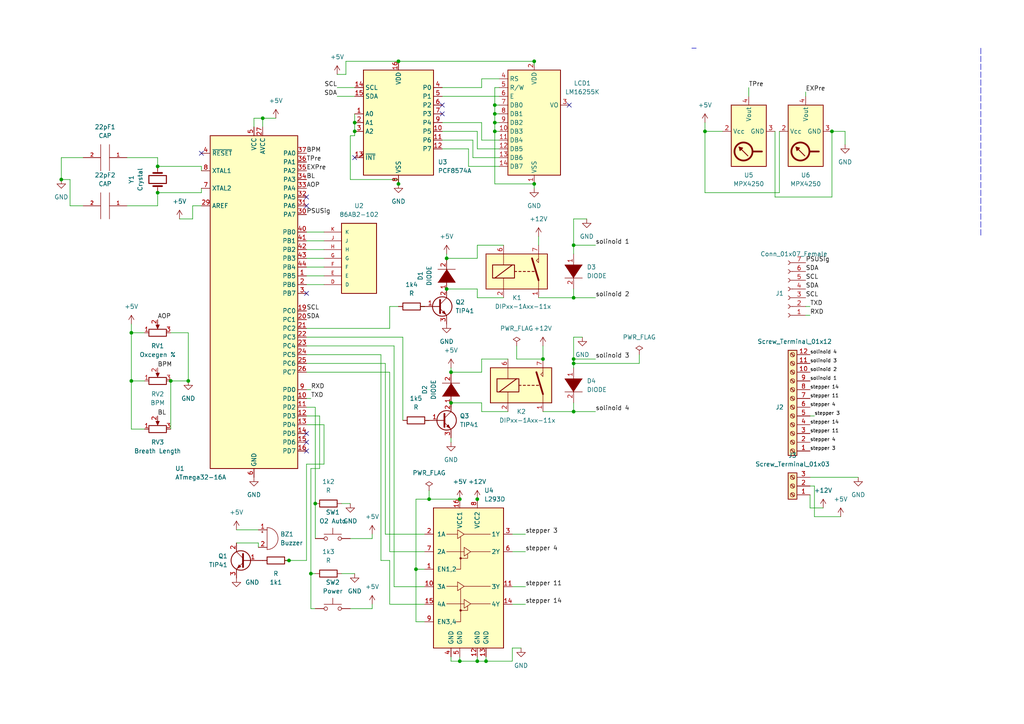
<source format=kicad_sch>
(kicad_sch (version 20211123) (generator eeschema)
  (paper "A4")
  (title_block (title "Smart Ventilator") (date "2022-06-04"))
  (lib_symbols
    (symbol "86AB2-102:86AB2-102" (pin_names (offset 1.016))
      (property "Reference" "U" (at -5.08 10.922 0))
      (property "Value" "86AB2-102" (at -5.08 -10.922 0))
      (symbol "86AB2-102_0_0"
        (pin bidirectional line (at -10.16 7.62 0) (length 5.08) (name "D") (number "D"))
        (pin bidirectional line (at -10.16 5.08 0) (length 5.08) (name "E") (number "E"))
        (pin bidirectional line (at -10.16 2.54 0) (length 5.08) (name "F") (number "F"))
        (pin bidirectional line (at -10.16 0 0) (length 5.08) (name "G") (number "G"))
        (pin bidirectional line (at -10.16 -2.54 0) (length 5.08) (name "H") (number "H"))
        (pin bidirectional line (at -10.16 -5.08 0) (length 5.08) (name "J") (number "J"))
        (pin bidirectional line (at -10.16 -7.62 0) (length 5.08) (name "K") (number "K"))
      )
    )
    (symbol "Connector:Conn_01x07_Female" (pin_names (offset 1.016) hide)
      (property "Reference" "J" (at 0 10.16 0))
      (property "Value" "Conn_01x07_Female" (at 0 -10.16 0))
      (symbol "Conn_01x07_Female_1_1"
        (pin passive line (at -5.08 7.62 0) (length 3.81) (name "Pin_1") (number "1"))
        (pin passive line (at -5.08 5.08 0) (length 3.81) (name "Pin_2") (number "2"))
        (pin passive line (at -5.08 2.54 0) (length 3.81) (name "Pin_3") (number "3"))
        (pin passive line (at -5.08 0 0) (length 3.81) (name "Pin_4") (number "4"))
        (pin passive line (at -5.08 -2.54 0) (length 3.81) (name "Pin_5") (number "5"))
        (pin passive line (at -5.08 -5.08 0) (length 3.81) (name "Pin_6") (number "6"))
        (pin passive line (at -5.08 -7.62 0) (length 3.81) (name "Pin_7") (number "7"))
      )
    )
    (symbol "Connector:Screw_Terminal_01x03" (pin_names (offset 1.016) hide)
      (property "Reference" "J" (at 0 5.08 0))
      (property "Value" "Screw_Terminal_01x03" (at 0 -5.08 0))
      (symbol "Screw_Terminal_01x03_1_1"
        (pin passive line (at -5.08 2.54 0) (length 3.81) (name "Pin_1") (number "1"))
        (pin passive line (at -5.08 0 0) (length 3.81) (name "Pin_2") (number "2"))
        (pin passive line (at -5.08 -2.54 0) (length 3.81) (name "Pin_3") (number "3"))
      )
    )
    (symbol "Connector:Screw_Terminal_01x12" (pin_names (offset 1.016) hide)
      (property "Reference" "J" (at 0 15.24 0))
      (property "Value" "Screw_Terminal_01x12" (at 0 -17.78 0))
      (symbol "Screw_Terminal_01x12_1_1"
        (pin passive line (at -5.08 12.7 0) (length 3.81) (name "Pin_1") (number "1"))
        (pin passive line (at -5.08 -10.16 0) (length 3.81) (name "Pin_10") (number "10"))
        (pin passive line (at -5.08 -12.7 0) (length 3.81) (name "Pin_11") (number "11"))
        (pin passive line (at -5.08 -15.24 0) (length 3.81) (name "Pin_12") (number "12"))
        (pin passive line (at -5.08 10.16 0) (length 3.81) (name "Pin_2") (number "2"))
        (pin passive line (at -5.08 7.62 0) (length 3.81) (name "Pin_3") (number "3"))
        (pin passive line (at -5.08 5.08 0) (length 3.81) (name "Pin_4") (number "4"))
        (pin passive line (at -5.08 2.54 0) (length 3.81) (name "Pin_5") (number "5"))
        (pin passive line (at -5.08 0 0) (length 3.81) (name "Pin_6") (number "6"))
        (pin passive line (at -5.08 -2.54 0) (length 3.81) (name "Pin_7") (number "7"))
        (pin passive line (at -5.08 -5.08 0) (length 3.81) (name "Pin_8") (number "8"))
        (pin passive line (at -5.08 -7.62 0) (length 3.81) (name "Pin_9") (number "9"))
      )
    )
    (symbol "Device:Buzzer" (pin_names (offset 0.0254) hide)
      (property "Reference" "BZ" (at 3.81 1.27 0))
      (property "Value" "Buzzer" (at 3.81 -1.27 0))
      (symbol "Buzzer_1_1"
        (pin passive line (at -2.54 2.54 0) (length 2.54) (name "-") (number "1"))
        (pin passive line (at -2.54 -2.54 0) (length 2.54) (name "+") (number "2"))
      )
    )
    (symbol "Device:Crystal" (pin_numbers hide) (pin_names (offset 1.016) hide)
      (property "Reference" "Y" (at 0 3.81 0))
      (property "Value" "Crystal" (at 0 -3.81 0))
      (symbol "Crystal_1_1"
        (pin passive line (at -3.81 0 0) (length 1.27) (name "1") (number "1"))
        (pin passive line (at 3.81 0 180) (length 1.27) (name "2") (number "2"))
      )
    )
    (symbol "Device:R" (pin_numbers hide) (pin_names (offset 0))
      (property "Reference" "R" (at 2.032 0 90))
      (property "Value" "R" (at 0 0 90))
      (symbol "R_1_1"
        (pin passive line (at 0 3.81 270) (length 1.27) (name "~") (number "1"))
        (pin passive line (at 0 -3.81 90) (length 1.27) (name "~") (number "2"))
      )
    )
    (symbol "Device:R_Potentiometer" (pin_names (offset 1.016) hide)
      (property "Reference" "RV" (at -4.445 0 90))
      (property "Value" "R_Potentiometer" (at -2.54 0 90))
      (symbol "R_Potentiometer_1_1"
        (pin passive line (at 0 3.81 270) (length 1.27) (name "1") (number "1"))
        (pin passive line (at 3.81 0 180) (length 1.27) (name "2") (number "2"))
        (pin passive line (at 0 -3.81 90) (length 1.27) (name "3") (number "3"))
      )
    )
    (symbol "Display_Character:LM16255K"
      (property "Reference" "U" (at -6.35 16.51 0))
      (property "Value" "LM16255K" (at 4.318 16.51 0))
      (symbol "LM16255K_1_1"
        (pin power_in line (at 0 -17.78 90) (length 2.54) (name "VSS") (number "1"))
        (pin bidirectional line (at -10.16 -2.54 0) (length 2.54) (name "DB3") (number "10"))
        (pin bidirectional line (at -10.16 -5.08 0) (length 2.54) (name "DB4") (number "11"))
        (pin bidirectional line (at -10.16 -7.62 0) (length 2.54) (name "DB5") (number "12"))
        (pin bidirectional line (at -10.16 -10.16 0) (length 2.54) (name "DB6") (number "13"))
        (pin bidirectional line (at -10.16 -12.7 0) (length 2.54) (name "DB7") (number "14"))
        (pin power_in line (at 0 17.78 270) (length 2.54) (name "VDD") (number "2"))
        (pin power_in line (at 10.16 5.08 180) (length 2.54) (name "VO") (number "3"))
        (pin input line (at -10.16 12.7 0) (length 2.54) (name "RS") (number "4"))
        (pin input line (at -10.16 10.16 0) (length 2.54) (name "R/W") (number "5"))
        (pin input line (at -10.16 7.62 0) (length 2.54) (name "E") (number "6"))
        (pin bidirectional line (at -10.16 5.08 0) (length 2.54) (name "DB0") (number "7"))
        (pin bidirectional line (at -10.16 2.54 0) (length 2.54) (name "DB1") (number "8"))
        (pin bidirectional line (at -10.16 0 0) (length 2.54) (name "DB2") (number "9"))
      )
    )
    (symbol "Driver_Motor:L293D" (pin_names (offset 1.016))
      (property "Reference" "U" (at -5.08 26.035 0))
      (property "Value" "L293D" (at -5.08 24.13 0))
      (symbol "L293D_1_1"
        (pin input line (at -12.7 5.08 0) (length 2.54) (name "EN1,2") (number "1"))
        (pin input line (at -12.7 0 0) (length 2.54) (name "3A") (number "10"))
        (pin output line (at 12.7 0 180) (length 2.54) (name "3Y") (number "11"))
        (pin power_in line (at 2.54 -20.32 90) (length 2.54) (name "GND") (number "12"))
        (pin power_in line (at 5.08 -20.32 90) (length 2.54) (name "GND") (number "13"))
        (pin output line (at 12.7 -5.08 180) (length 2.54) (name "4Y") (number "14"))
        (pin input line (at -12.7 -5.08 0) (length 2.54) (name "4A") (number "15"))
        (pin power_in line (at -2.54 25.4 270) (length 2.54) (name "VCC1") (number "16"))
        (pin input line (at -12.7 15.24 0) (length 2.54) (name "1A") (number "2"))
        (pin output line (at 12.7 15.24 180) (length 2.54) (name "1Y") (number "3"))
        (pin power_in line (at -5.08 -20.32 90) (length 2.54) (name "GND") (number "4"))
        (pin power_in line (at -2.54 -20.32 90) (length 2.54) (name "GND") (number "5"))
        (pin output line (at 12.7 10.16 180) (length 2.54) (name "2Y") (number "6"))
        (pin input line (at -12.7 10.16 0) (length 2.54) (name "2A") (number "7"))
        (pin power_in line (at 2.54 25.4 270) (length 2.54) (name "VCC2") (number "8"))
        (pin input line (at -12.7 -10.16 0) (length 2.54) (name "EN3,4") (number "9"))
      )
    )
    (symbol "Interface_Expansion:PCF8574A"
      (property "Reference" "U" (at -8.89 16.51 0))
      (property "Value" "PCF8574A" (at 2.54 16.51 0))
      (symbol "PCF8574A_1_1"
        (pin input line (at -12.7 2.54 0) (length 2.54) (name "A0") (number "1"))
        (pin bidirectional line (at 12.7 -2.54 180) (length 2.54) (name "P5") (number "10"))
        (pin bidirectional line (at 12.7 -5.08 180) (length 2.54) (name "P6") (number "11"))
        (pin bidirectional line (at 12.7 -7.62 180) (length 2.54) (name "P7") (number "12"))
        (pin open_collector output_low (at -12.7 -10.16 0) (length 2.54) (name "~{INT}") (number "13"))
        (pin input line (at -12.7 10.16 0) (length 2.54) (name "SCL") (number "14"))
        (pin bidirectional line (at -12.7 7.62 0) (length 2.54) (name "SDA") (number "15"))
        (pin power_in line (at 0 17.78 270) (length 2.54) (name "VDD") (number "16"))
        (pin input line (at -12.7 0 0) (length 2.54) (name "A1") (number "2"))
        (pin input line (at -12.7 -2.54 0) (length 2.54) (name "A2") (number "3"))
        (pin bidirectional line (at 12.7 10.16 180) (length 2.54) (name "P0") (number "4"))
        (pin bidirectional line (at 12.7 7.62 180) (length 2.54) (name "P1") (number "5"))
        (pin bidirectional line (at 12.7 5.08 180) (length 2.54) (name "P2") (number "6"))
        (pin bidirectional line (at 12.7 2.54 180) (length 2.54) (name "P3") (number "7"))
        (pin power_in line (at 0 -17.78 90) (length 2.54) (name "VSS") (number "8"))
        (pin bidirectional line (at 12.7 0 180) (length 2.54) (name "P4") (number "9"))
      )
    )
    (symbol "MCU_Microchip_ATmega:ATmega32-16A"
      (property "Reference" "U" (at -12.7 49.53 0))
      (property "Value" "ATmega32-16A" (at 2.54 -49.53 0))
      (symbol "ATmega32-16A_1_1"
        (pin bidirectional line (at 15.24 7.62 180) (length 2.54) (name "PB5") (number "1"))
        (pin bidirectional line (at 15.24 -27.94 180) (length 2.54) (name "PD1") (number "10"))
        (pin bidirectional line (at 15.24 -30.48 180) (length 2.54) (name "PD2") (number "11"))
        (pin bidirectional line (at 15.24 -33.02 180) (length 2.54) (name "PD3") (number "12"))
        (pin bidirectional line (at 15.24 -35.56 180) (length 2.54) (name "PD4") (number "13"))
        (pin bidirectional line (at 15.24 -38.1 180) (length 2.54) (name "PD5") (number "14"))
        (pin bidirectional line (at 15.24 -40.64 180) (length 2.54) (name "PD6") (number "15"))
        (pin bidirectional line (at 15.24 -43.18 180) (length 2.54) (name "PD7") (number "16"))
        (pin passive line (at 0 50.8 270) (length 2.54) hide (name "VCC") (number "17"))
        (pin passive line (at 0 -50.8 90) (length 2.54) hide (name "GND") (number "18"))
        (pin bidirectional line (at 15.24 -2.54 180) (length 2.54) (name "PC0") (number "19"))
        (pin bidirectional line (at 15.24 5.08 180) (length 2.54) (name "PB6") (number "2"))
        (pin bidirectional line (at 15.24 -5.08 180) (length 2.54) (name "PC1") (number "20"))
        (pin bidirectional line (at 15.24 -7.62 180) (length 2.54) (name "PC2") (number "21"))
        (pin bidirectional line (at 15.24 -10.16 180) (length 2.54) (name "PC3") (number "22"))
        (pin bidirectional line (at 15.24 -12.7 180) (length 2.54) (name "PC4") (number "23"))
        (pin bidirectional line (at 15.24 -15.24 180) (length 2.54) (name "PC5") (number "24"))
        (pin bidirectional line (at 15.24 -17.78 180) (length 2.54) (name "PC6") (number "25"))
        (pin bidirectional line (at 15.24 -20.32 180) (length 2.54) (name "PC7") (number "26"))
        (pin power_in line (at 2.54 50.8 270) (length 2.54) (name "AVCC") (number "27"))
        (pin passive line (at 0 -50.8 90) (length 2.54) hide (name "GND") (number "28"))
        (pin passive line (at -15.24 27.94 0) (length 2.54) (name "AREF") (number "29"))
        (pin bidirectional line (at 15.24 2.54 180) (length 2.54) (name "PB7") (number "3"))
        (pin bidirectional line (at 15.24 25.4 180) (length 2.54) (name "PA7") (number "30"))
        (pin bidirectional line (at 15.24 27.94 180) (length 2.54) (name "PA6") (number "31"))
        (pin bidirectional line (at 15.24 30.48 180) (length 2.54) (name "PA5") (number "32"))
        (pin bidirectional line (at 15.24 33.02 180) (length 2.54) (name "PA4") (number "33"))
        (pin bidirectional line (at 15.24 35.56 180) (length 2.54) (name "PA3") (number "34"))
        (pin bidirectional line (at 15.24 38.1 180) (length 2.54) (name "PA2") (number "35"))
        (pin bidirectional line (at 15.24 40.64 180) (length 2.54) (name "PA1") (number "36"))
        (pin bidirectional line (at 15.24 43.18 180) (length 2.54) (name "PA0") (number "37"))
        (pin passive line (at 0 50.8 270) (length 2.54) hide (name "VCC") (number "38"))
        (pin passive line (at 0 -50.8 90) (length 2.54) hide (name "GND") (number "39"))
        (pin input line (at -15.24 43.18 0) (length 2.54) (name "~{RESET}") (number "4"))
        (pin bidirectional line (at 15.24 20.32 180) (length 2.54) (name "PB0") (number "40"))
        (pin bidirectional line (at 15.24 17.78 180) (length 2.54) (name "PB1") (number "41"))
        (pin bidirectional line (at 15.24 15.24 180) (length 2.54) (name "PB2") (number "42"))
        (pin bidirectional line (at 15.24 12.7 180) (length 2.54) (name "PB3") (number "43"))
        (pin bidirectional line (at 15.24 10.16 180) (length 2.54) (name "PB4") (number "44"))
        (pin power_in line (at 0 50.8 270) (length 2.54) (name "VCC") (number "5"))
        (pin power_in line (at 0 -50.8 90) (length 2.54) (name "GND") (number "6"))
        (pin output line (at -15.24 33.02 0) (length 2.54) (name "XTAL2") (number "7"))
        (pin input line (at -15.24 38.1 0) (length 2.54) (name "XTAL1") (number "8"))
        (pin bidirectional line (at 15.24 -25.4 180) (length 2.54) (name "PD0") (number "9"))
      )
    )
    (symbol "Relay:DIPxx-1Axx-11x"
      (property "Reference" "K" (at 8.89 3.81 0))
      (property "Value" "DIPxx-1Axx-11x" (at 8.89 1.27 0))
      (symbol "DIPxx-1Axx-11x_1_1"
        (pin passive line (at 5.08 -7.62 90) (length 2.54) (name "~") (number "1"))
        (pin passive line (at 5.08 -7.62 90) (length 2.54) hide (name "~") (number "14"))
        (pin passive line (at -5.08 -7.62 90) (length 2.54) (name "~") (number "2"))
        (pin passive line (at -5.08 7.62 270) (length 2.54) (name "~") (number "6"))
        (pin passive line (at 5.08 7.62 270) (length 2.54) (name "~") (number "7"))
        (pin passive line (at 5.08 7.62 270) (length 2.54) hide (name "~") (number "8"))
      )
    )
    (symbol "Sensor_Pressure:MPXAZ6115A"
      (property "Reference" "U" (at -10.16 6.35 0))
      (property "Value" "MPXAZ6115A" (at 1.27 6.35 0))
      (symbol "MPXAZ6115A_1_1"
        (pin no_connect line (at 5.08 -5.08 90) (length 2.54) hide (name "NC") (number "1"))
        (pin power_in line (at 0 7.62 270) (length 2.54) (name "Vcc") (number "2"))
        (pin power_in line (at 0 -7.62 90) (length 2.54) (name "GND") (number "3"))
        (pin output line (at 10.16 0 180) (length 2.54) (name "Vout") (number "4"))
        (pin no_connect line (at -7.62 -5.08 90) (length 2.54) hide (name "NC") (number "5"))
        (pin no_connect line (at -5.08 -5.08 90) (length 2.54) hide (name "NC") (number "6"))
        (pin no_connect line (at -2.54 -5.08 90) (length 2.54) hide (name "NC") (number "7"))
        (pin no_connect line (at 2.54 -5.08 90) (length 2.54) hide (name "NC") (number "8"))
      )
    )
    (symbol "Switch:SW_Push" (pin_numbers hide) (pin_names (offset 1.016) hide)
      (property "Reference" "SW" (at 1.27 2.54 0))
      (property "Value" "SW_Push" (at 0 -1.524 0))
      (symbol "SW_Push_0_1"
        (pin passive line (at -5.08 0 0) (length 2.54) (name "1") (number "1"))
        (pin passive line (at 5.08 0 180) (length 2.54) (name "2") (number "2"))
      )
    )
    (symbol "Transistor_BJT:TIP41" (pin_names (offset 0) hide)
      (property "Reference" "Q" (at 6.35 1.905 0))
      (property "Value" "TIP41" (at 6.35 0 0))
      (symbol "TIP41_1_1"
        (pin input line (at -5.08 0 0) (length 5.715) (name "B") (number "1"))
        (pin passive line (at 2.54 5.08 270) (length 2.54) (name "C") (number "2"))
        (pin passive line (at 2.54 -5.08 90) (length 2.54) (name "E") (number "3"))
      )
    )
    (symbol "power:+12V" (power) (pin_names (offset 0))
      (property "Value" "+12V" (at 0 3.556 0))
      (symbol "+12V_1_1"
        (pin power_in line (at 0 0 90) (length 0) hide (name "+12V") (number "1"))
      )
    )
    (symbol "power:+5V" (power) (pin_names (offset 0))
      (property "Value" "+5V" (at 0 3.556 0))
      (symbol "+5V_1_1"
        (pin power_in line (at 0 0 90) (length 0) hide (name "+5V") (number "1"))
      )
    )
    (symbol "power:GND" (power) (pin_names (offset 0))
      (property "Value" "GND" (at 0 -3.81 0))
      (symbol "GND_1_1"
        (pin power_in line (at 0 0 270) (length 0) hide (name "GND") (number "1"))
      )
    )
    (symbol "power:PWR_FLAG" (power) (pin_numbers hide) (pin_names (offset 0) hide)
      (property "Value" "PWR_FLAG" (at 0 3.81 0))
      (symbol "PWR_FLAG_0_0"
        (pin power_out line (at 0 0 90) (length 0) (name "pwr") (number "1"))
      )
    )
    (symbol "pspice:CAP" (pin_names (offset 0.254))
      (property "Reference" "C" (at 2.54 3.81 90))
      (property "Value" "CAP" (at 2.54 -3.81 90))
      (symbol "CAP_1_1"
        (pin passive line (at 0 6.35 270) (length 5.08) (name "~") (number "1"))
        (pin passive line (at 0 -6.35 90) (length 5.08) (name "~") (number "2"))
      )
    )
    (symbol "pspice:DIODE" (pin_names (offset 1.016) hide)
      (property "Reference" "D" (at 0 3.81 0))
      (property "Value" "DIODE" (at 0 -4.445 0))
      (symbol "DIODE_1_1"
        (pin input line (at -5.08 0 0) (length 3.81) (name "K") (number "1"))
        (pin input line (at 5.08 0 180) (length 3.81) (name "A") (number "2"))
      )
    )
  )
  (junction (at 166.37 119.38))
  (junction (at 45.72 55.88))
  (junction (at 54.61 110.49))
  (junction (at 49.53 110.49))
  (junction (at 90.17 166.37))
  (junction (at 166.37 86.36))
  (junction (at 130.81 116.84))
  (junction (at 45.72 48.26))
  (junction (at 17.78 52.07))
  (junction (at 143.51 33.02))
  (junction (at 120.65 165.1))
  (junction (at 138.43 191.77))
  (junction (at 76.2 34.29))
  (junction (at 143.51 38.1))
  (junction (at 241.3 38.1))
  (junction (at 83.82 162.56))
  (junction (at 129.54 74.93))
  (junction (at 154.94 17.78))
  (junction (at 133.35 144.78))
  (junction (at 115.57 17.78))
  (junction (at 38.1 96.52))
  (junction (at 91.44 146.05))
  (junction (at 102.87 38.1))
  (junction (at 166.37 71.12))
  (junction (at 143.51 30.48))
  (junction (at 157.48 104.14))
  (junction (at 115.57 53.34))
  (junction (at 166.37 104.14))
  (junction (at 140.97 191.77))
  (junction (at 154.94 53.34))
  (junction (at 138.43 144.78))
  (junction (at 124.46 144.78))
  (junction (at 204.47 38.1))
  (junction (at 143.51 35.56))
  (junction (at 129.54 83.82))
  (junction (at 133.35 191.77))
  (junction (at 130.81 107.95))
  (junction (at 166.37 105.41))
  (junction (at 102.87 35.56))
  (junction (at 38.1 110.49))
  (no_connect (at 88.9 57.15))
  (no_connect (at 102.87 45.72))
  (no_connect (at 58.42 44.45))
  (no_connect (at 88.9 85.09))
  (no_connect (at 88.9 59.69))
  (no_connect (at 88.9 125.73))
  (no_connect (at 88.9 130.81))
  (no_connect (at 88.9 128.27))
  (no_connect (at 165.1 30.48))
  (no_connect (at 128.27 30.48))
  (no_connect (at 128.27 33.02))
  (wire (pts (xy 111.76 105.41) (xy 111.76 154.94)))
  (wire (pts (xy 91.44 118.11) (xy 91.44 146.05)))
  (wire (pts (xy 138.43 43.18) (xy 144.78 43.18)))
  (wire (pts (xy 138.43 74.93) (xy 138.43 71.12)))
  (wire (pts (xy 224.79 57.15) (xy 241.3 57.15)))
  (wire (pts (xy 172.72 104.14) (xy 166.37 104.14)))
  (wire (pts (xy 130.81 191.77) (xy 133.35 191.77)))
  (wire (pts (xy 90.17 166.37) (xy 90.17 176.53)))
  (wire (pts (xy 88.9 123.19) (xy 93.98 123.19)))
  (wire (pts (xy 101.6 39.37) (xy 101.6 52.07)))
  (wire (pts (xy 139.7 40.64) (xy 144.78 40.64)))
  (wire (pts (xy 58.42 48.26) (xy 58.42 49.53)))
  (wire (pts (xy 139.7 35.56) (xy 139.7 40.64)))
  (wire (pts (xy 139.7 107.95) (xy 139.7 104.14)))
  (wire (pts (xy 143.51 38.1) (xy 144.78 38.1)))
  (wire (pts (xy 55.88 63.5) (xy 55.88 59.69)))
  (wire (pts (xy 149.86 104.14) (xy 157.48 104.14)))
  (wire (pts (xy 73.66 34.29) (xy 76.2 34.29)))
  (wire (pts (xy 97.79 27.94) (xy 102.87 27.94)))
  (wire (pts (xy 130.81 106.68) (xy 130.81 107.95)))
  (wire (pts (xy 88.9 115.57) (xy 90.17 115.57)))
  (wire (pts (xy 36.83 59.69) (xy 45.72 59.69)))
  (wire (pts (xy 124.46 142.24) (xy 124.46 144.78)))
  (wire (pts (xy 234.95 143.51) (xy 234.95 147.32)))
  (wire (pts (xy 74.93 157.48) (xy 74.93 158.75)))
  (wire (pts (xy 123.19 165.1) (xy 120.65 165.1)))
  (wire (pts (xy 133.35 191.77) (xy 138.43 191.77)))
  (wire (pts (xy 88.9 100.33) (xy 114.3 100.33)))
  (wire (pts (xy 102.87 39.37) (xy 101.6 39.37)))
  (wire (pts (xy 88.9 74.93) (xy 93.98 74.93)))
  (wire (pts (xy 55.88 63.5) (xy 52.07 63.5)))
  (wire (pts (xy 157.48 119.38) (xy 166.37 119.38)))
  (wire (pts (xy 102.87 38.1) (xy 102.87 39.37)))
  (wire (pts (xy 88.9 95.25) (xy 113.03 95.25)))
  (wire (pts (xy 107.95 156.21) (xy 107.95 154.94)))
  (wire (pts (xy 166.37 73.66) (xy 166.37 71.12)))
  (wire (pts (xy 148.59 191.77) (xy 148.59 187.96)))
  (wire (pts (xy 97.79 21.59) (xy 100.33 21.59)))
  (wire (pts (xy 138.43 191.77) (xy 140.97 191.77)))
  (wire (pts (xy 17.78 52.07) (xy 17.78 45.72)))
  (wire (pts (xy 123.19 88.9) (xy 121.92 88.9)))
  (wire (pts (xy 90.17 176.53) (xy 91.44 176.53)))
  (wire (pts (xy 115.57 17.78) (xy 154.94 17.78)))
  (wire (pts (xy 130.81 118.11) (xy 130.81 116.84)))
  (wire (pts (xy 101.6 52.07) (xy 115.57 52.07)))
  (wire (pts (xy 138.43 83.82) (xy 129.54 83.82)))
  (wire (pts (xy 128.27 35.56) (xy 139.7 35.56)))
  (wire (pts (xy 113.03 107.95) (xy 113.03 160.02)))
  (wire (pts (xy 24.13 59.69) (xy 20.32 59.69)))
  (wire (pts (xy 234.95 88.9) (xy 233.68 88.9)))
  (wire (pts (xy 172.72 119.38) (xy 166.37 119.38)))
  (wire (pts (xy 45.72 55.88) (xy 58.42 55.88)))
  (wire (pts (xy 68.58 153.67) (xy 74.93 153.67)))
  (wire (pts (xy 143.51 33.02) (xy 143.51 35.56)))
  (wire (pts (xy 73.66 36.83) (xy 73.66 34.29)))
  (wire (pts (xy 143.51 35.56) (xy 144.78 35.56)))
  (wire (pts (xy 128.27 43.18) (xy 135.89 43.18)))
  (wire (pts (xy 140.97 190.5) (xy 140.97 191.77)))
  (wire (pts (xy 110.49 102.87) (xy 110.49 162.56)))
  (wire (pts (xy 138.43 71.12) (xy 146.05 71.12)))
  (wire (pts (xy 107.95 176.53) (xy 107.95 175.26)))
  (wire (pts (xy 236.22 140.97) (xy 234.95 140.97)))
  (wire (pts (xy 110.49 162.56) (xy 113.03 162.56)))
  (wire (pts (xy 138.43 38.1) (xy 138.43 43.18)))
  (wire (pts (xy 128.27 40.64) (xy 137.16 40.64)))
  (wire (pts (xy 166.37 86.36) (xy 166.37 83.82)))
  (wire (pts (xy 97.79 25.4) (xy 102.87 25.4)))
  (wire (pts (xy 101.6 146.05) (xy 99.06 146.05)))
  (wire (pts (xy 88.9 134.62) (xy 88.9 162.56)))
  (wire (pts (xy 130.81 107.95) (xy 139.7 107.95)))
  (wire (pts (xy 101.6 176.53) (xy 107.95 176.53)))
  (wire (pts (xy 138.43 146.05) (xy 138.43 144.78)))
  (wire (pts (xy 140.97 191.77) (xy 148.59 191.77)))
  (wire (pts (xy 45.72 48.26) (xy 58.42 48.26)))
  (wire (pts (xy 82.55 162.56) (xy 83.82 162.56)))
  (wire (pts (xy 130.81 128.27) (xy 130.81 127)))
  (wire (pts (xy 166.37 63.5) (xy 170.18 63.5)))
  (wire (pts (xy 133.35 190.5) (xy 133.35 191.77)))
  (wire (pts (xy 166.37 119.38) (xy 166.37 116.84)))
  (wire (pts (xy 49.53 96.52) (xy 54.61 96.52)))
  (wire (pts (xy 49.53 110.49) (xy 54.61 110.49)))
  (wire (pts (xy 54.61 96.52) (xy 54.61 110.49)))
  (wire (pts (xy 226.06 55.88) (xy 204.47 55.88)))
  (wire (pts (xy 88.9 105.41) (xy 111.76 105.41)))
  (wire (pts (xy 139.7 22.86) (xy 144.78 22.86)))
  (wire (pts (xy 68.58 157.48) (xy 74.93 157.48)))
  (wire (pts (xy 113.03 162.56) (xy 113.03 175.26)))
  (wire (pts (xy 234.95 91.44) (xy 233.68 91.44)))
  (wire (pts (xy 148.59 154.94) (xy 152.4 154.94)))
  (wire (pts (xy 166.37 97.79) (xy 166.37 104.14)))
  (wire (pts (xy 156.21 86.36) (xy 166.37 86.36)))
  (wire (pts (xy 93.98 134.62) (xy 88.9 134.62)))
  (wire (pts (xy 113.03 175.26) (xy 123.19 175.26)))
  (wire (pts (xy 143.51 38.1) (xy 143.51 53.34)))
  (wire (pts (xy 129.54 85.09) (xy 129.54 83.82)))
  (wire (pts (xy 91.44 146.05) (xy 91.44 156.21)))
  (wire (pts (xy 88.9 77.47) (xy 93.98 77.47)))
  (wire (pts (xy 148.59 175.26) (xy 152.4 175.26)))
  (wire (pts (xy 130.81 190.5) (xy 130.81 191.77)))
  (wire (pts (xy 154.94 54.61) (xy 154.94 53.34)))
  (wire (pts (xy 114.3 100.33) (xy 114.3 170.18)))
  (wire (pts (xy 156.21 68.58) (xy 156.21 71.12)))
  (wire (pts (xy 88.9 80.01) (xy 93.98 80.01)))
  (wire (pts (xy 90.17 135.89) (xy 90.17 166.37)))
  (wire (pts (xy 204.47 55.88) (xy 204.47 38.1)))
  (wire (pts (xy 36.83 45.72) (xy 45.72 45.72)))
  (wire (pts (xy 102.87 33.02) (xy 102.87 35.56)))
  (wire (pts (xy 88.9 69.85) (xy 93.98 69.85)))
  (wire (pts (xy 114.3 170.18) (xy 123.19 170.18)))
  (wire (pts (xy 138.43 190.5) (xy 138.43 191.77)))
  (wire (pts (xy 38.1 93.98) (xy 38.1 96.52)))
  (wire (pts (xy 41.91 124.46) (xy 38.1 124.46)))
  (wire (pts (xy 139.7 119.38) (xy 139.7 116.84)))
  (wire (pts (xy 245.11 38.1) (xy 245.11 41.91)))
  (wire (pts (xy 166.37 71.12) (xy 172.72 71.12)))
  (wire (pts (xy 55.88 59.69) (xy 58.42 59.69)))
  (wire (pts (xy 135.89 43.18) (xy 135.89 48.26)))
  (wire (pts (xy 115.57 52.07) (xy 115.57 53.34)))
  (wire (pts (xy 128.27 25.4) (xy 139.7 25.4)))
  (wire (pts (xy 166.37 86.36) (xy 172.72 86.36)))
  (wire (pts (xy 138.43 86.36) (xy 138.43 83.82)))
  (wire (pts (xy 129.54 73.66) (xy 129.54 74.93)))
  (wire (pts (xy 185.42 105.41) (xy 166.37 105.41)))
  (wire (pts (xy 92.71 120.65) (xy 92.71 135.89)))
  (wire (pts (xy 147.32 119.38) (xy 139.7 119.38)))
  (wire (pts (xy 90.17 166.37) (xy 91.44 166.37)))
  (wire (pts (xy 92.71 135.89) (xy 90.17 135.89)))
  (wire (pts (xy 113.03 95.25) (xy 113.03 88.9)))
  (wire (pts (xy 128.27 38.1) (xy 138.43 38.1)))
  (wire (pts (xy 137.16 40.64) (xy 137.16 45.72)))
  (wire (pts (xy 204.47 38.1) (xy 209.55 38.1)))
  (wire (pts (xy 148.59 187.96) (xy 151.13 187.96)))
  (wire (pts (xy 20.32 59.69) (xy 20.32 52.07)))
  (wire (pts (xy 38.1 110.49) (xy 38.1 96.52)))
  (wire (pts (xy 120.65 165.1) (xy 120.65 144.78)))
  (wire (pts (xy 139.7 104.14) (xy 147.32 104.14)))
  (wire (pts (xy 93.98 123.19) (xy 93.98 134.62)))
  (wire (pts (xy 241.3 57.15) (xy 241.3 38.1)))
  (wire (pts (xy 234.95 147.32) (xy 238.76 147.32)))
  (wire (pts (xy 135.89 48.26) (xy 144.78 48.26)))
  (wire (pts (xy 88.9 113.03) (xy 90.17 113.03)))
  (wire (pts (xy 83.82 162.56) (xy 88.9 162.56)))
  (wire (pts (xy 128.27 27.94) (xy 144.78 27.94)))
  (wire (pts (xy 144.78 25.4) (xy 143.51 25.4)))
  (wire (pts (xy 144.78 30.48) (xy 143.51 30.48)))
  (wire (pts (xy 49.53 110.49) (xy 49.53 124.46)))
  (wire (pts (xy 226.06 38.1) (xy 226.06 55.88)))
  (wire (pts (xy 102.87 35.56) (xy 102.87 38.1)))
  (wire (pts (xy 76.2 36.83) (xy 76.2 34.29)))
  (wire (pts (xy 143.51 25.4) (xy 143.51 30.48)))
  (wire (pts (xy 166.37 63.5) (xy 166.37 71.12)))
  (wire (pts (xy 116.84 97.79) (xy 116.84 121.92)))
  (wire (pts (xy 143.51 30.48) (xy 143.51 33.02)))
  (wire (pts (xy 88.9 118.11) (xy 91.44 118.11)))
  (wire (pts (xy 154.94 17.78) (xy 154.94 19.05)))
  (wire (pts (xy 139.7 116.84) (xy 130.81 116.84)))
  (wire (pts (xy 124.46 121.92) (xy 123.19 121.92)))
  (wire (pts (xy 166.37 106.68) (xy 166.37 105.41)))
  (wire (pts (xy 58.42 55.88) (xy 58.42 54.61)))
  (wire (pts (xy 45.72 45.72) (xy 45.72 48.26)))
  (wire (pts (xy 139.7 25.4) (xy 139.7 22.86)))
  (wire (pts (xy 101.6 156.21) (xy 107.95 156.21)))
  (wire (pts (xy 243.84 149.86) (xy 236.22 149.86)))
  (wire (pts (xy 124.46 144.78) (xy 133.35 144.78)))
  (wire (pts (xy 120.65 144.78) (xy 124.46 144.78)))
  (polyline (pts (xy 284.48 13.97) (xy 284.48 68.58)))
  (wire (pts (xy 76.2 34.29) (xy 80.01 34.29)))
  (wire (pts (xy 241.3 38.1) (xy 245.11 38.1)))
  (wire (pts (xy 88.9 102.87) (xy 110.49 102.87)))
  (wire (pts (xy 88.9 82.55) (xy 93.98 82.55)))
  (wire (pts (xy 88.9 67.31) (xy 93.98 67.31)))
  (wire (pts (xy 234.95 138.43) (xy 248.92 138.43)))
  (wire (pts (xy 115.57 17.78) (xy 100.33 17.78)))
  (wire (pts (xy 146.05 86.36) (xy 138.43 86.36)))
  (wire (pts (xy 45.72 59.69) (xy 45.72 55.88)))
  (wire (pts (xy 233.68 26.67) (xy 233.68 27.94)))
  (wire (pts (xy 236.22 120.65) (xy 234.95 120.65)))
  (wire (pts (xy 38.1 124.46) (xy 38.1 110.49)))
  (wire (pts (xy 120.65 180.34) (xy 120.65 165.1)))
  (wire (pts (xy 38.1 96.52) (xy 41.91 96.52)))
  (wire (pts (xy 224.79 38.1) (xy 224.79 57.15)))
  (wire (pts (xy 88.9 120.65) (xy 92.71 120.65)))
  (wire (pts (xy 41.91 110.49) (xy 38.1 110.49)))
  (wire (pts (xy 88.9 97.79) (xy 116.84 97.79)))
  (polyline (pts (xy 200.66 13.97) (xy 201.93 13.97)))
  (wire (pts (xy 88.9 72.39) (xy 93.98 72.39)))
  (wire (pts (xy 148.59 160.02) (xy 152.4 160.02)))
  (wire (pts (xy 217.17 25.4) (xy 217.17 27.94)))
  (wire (pts (xy 100.33 17.78) (xy 100.33 21.59)))
  (wire (pts (xy 204.47 35.56) (xy 204.47 38.1)))
  (wire (pts (xy 185.42 102.87) (xy 185.42 105.41)))
  (wire (pts (xy 143.51 35.56) (xy 143.51 38.1)))
  (wire (pts (xy 143.51 33.02) (xy 144.78 33.02)))
  (wire (pts (xy 148.59 170.18) (xy 152.4 170.18)))
  (wire (pts (xy 157.48 100.33) (xy 157.48 104.14)))
  (wire (pts (xy 129.54 74.93) (xy 138.43 74.93)))
  (wire (pts (xy 123.19 180.34) (xy 120.65 180.34)))
  (wire (pts (xy 113.03 88.9) (xy 115.57 88.9)))
  (wire (pts (xy 20.32 52.07) (xy 17.78 52.07)))
  (wire (pts (xy 166.37 105.41) (xy 166.37 104.14)))
  (wire (pts (xy 137.16 45.72) (xy 144.78 45.72)))
  (wire (pts (xy 113.03 160.02) (xy 123.19 160.02)))
  (wire (pts (xy 88.9 107.95) (xy 113.03 107.95)))
  (wire (pts (xy 236.22 149.86) (xy 236.22 140.97)))
  (wire (pts (xy 17.78 45.72) (xy 24.13 45.72)))
  (wire (pts (xy 149.86 100.33) (xy 149.86 104.14)))
  (wire (pts (xy 143.51 53.34) (xy 154.94 53.34)))
  (wire (pts (xy 111.76 154.94) (xy 123.19 154.94)))
  (wire (pts (xy 102.87 166.37) (xy 99.06 166.37)))
  (wire (pts (xy 168.91 97.79) (xy 166.37 97.79)))
  (text "Body Temperature" (at 467.36 104.14 0) (effects (font (size 1.27 1.27)) (justify left bottom)))
  (text "Heart Rate & Spo2 " (at 461.01 207.01 0) (effects (font (size 1.27 1.27)) (justify left bottom)))
  (label "EXPre" (at 233.68 26.67 0))
  (label "stepper 11" (at 234.95 115.57 0) (effects (font (size 1 1))))
  (label "stepper 3" (at 234.95 130.81 0) (effects (font (size 1 1))))
  (label "solinoid 4" (at 172.72 119.38 0))
  (label "SCL" (at 233.68 86.36 0))
  (label "stepper 3" (at 236.22 120.65 0) (effects (font (size 1 1))))
  (label "stepper 3" (at 152.4 154.94 0))
  (label "stepper 14" (at 234.95 113.03 0) (effects (font (size 1 1))))
  (label "TXD" (at 234.95 88.9 0))
  (label "AOP" (at 88.9 54.61 0))
  (label "TPre" (at 88.9 46.99 0))
  (label "stepper 4" (at 152.4 160.02 0))
  (label "solinoid 1" (at 172.72 71.12 0))
  (label "SDA" (at 233.68 83.82 0))
  (label "BL" (at 45.72 120.65 0))
  (label "solinoid 4" (at 234.95 102.87 0) (effects (font (size 1 1))))
  (label "TPre" (at 217.17 25.4 0))
  (label "solinoid 3" (at 172.72 104.14 0))
  (label "PSUSig" (at 233.68 76.2 0))
  (label "AOP" (at 45.72 92.71 0))
  (label "BPM" (at 45.72 106.68 0))
  (label "SDA" (at 88.9 92.71 0))
  (label "stepper 14" (at 152.4 175.26 0))
  (label "SCL" (at 97.79 25.4 180))
  (label "TXD" (at 90.17 115.57 0))
  (label "solinoid 2" (at 172.72 86.36 0))
  (label "stepper 11" (at 152.4 170.18 0))
  (label "SDA" (at 233.68 78.74 0))
  (label "SCL" (at 233.68 81.28 0))
  (label "RXD" (at 234.95 91.44 0))
  (label "stepper 4" (at 234.95 128.27 0) (effects (font (size 1 1))))
  (label "solinoid 3" (at 234.95 105.41 0) (effects (font (size 1 1))))
  (label "stepper 14" (at 234.95 123.19 0) (effects (font (size 1 1))))
  (label "SDA" (at 97.79 27.94 180))
  (label "SCL" (at 88.9 90.17 0))
  (label "solinoid 1" (at 234.95 110.49 0) (effects (font (size 1 1))))
  (label "BPM" (at 88.9 44.45 0))
  (label "PSUSig" (at 88.9 62.23 0))
  (label "EXPre" (at 88.9 49.53 0))
  (label "solinoid 2" (at 234.95 107.95 0) (effects (font (size 1 1))))
  (label "stepper 11" (at 234.95 125.73 0) (effects (font (size 1 1))))
  (label "stepper 4" (at 234.95 118.11 0) (effects (font (size 1 1))))
  (label "RXD" (at 90.17 113.03 0))
  (label "BL" (at 88.9 52.07 0))
  (symbol (lib_id "power:GND") (at 129.54 93.98 0) (unit 1)
    (property "Reference" "#PWR016" (effects hide))
    (property "Value" "GND" (at 129.54 99.06 0))
  )
  (symbol (lib_id "Device:R") (at 80.01 162.56 270) (unit 1)
    (property "Reference" "1k1" (at 80.01 168.91 90))
    (property "Value" "R" (at 80.01 166.37 90))
    (property "Footprint" "Resistor_SMD:R_0201_0603Metric" (effects hide))
  )
  (symbol (lib_id "power:GND") (at 130.81 128.27 0) (unit 1)
    (property "Reference" "#PWR018" (effects hide))
    (property "Value" "GND" (at 130.81 133.35 0))
  )
  (symbol (lib_id "power:GND") (at 68.58 167.64 0) (unit 1)
    (property "Reference" "#PWR06" (effects hide))
    (property "Value" "GND" (at 71.12 168.9099 0) (effects (justify left)))
  )
  (symbol (lib_id "pspice:DIODE") (at 129.54 80.01 90) (unit 1)
    (property "Reference" "D1" (at 121.92 80.01 0))
    (property "Value" "DIODE" (at 124.46 80.01 0))
    (property "Footprint" "Diode_SMD:D_0201_0603Metric" (effects hide))
  )
  (symbol (lib_id "86AB2-102:86AB2-102") (at 104.14 74.93 0) (mirror x) (unit 1)
    (property "Reference" "U2" (at 104.14 59.69 0))
    (property "Value" "86AB2-102" (at 104.14 62.23 0))
    (property "Footprint" "footprint:KEYPAD_86AB2-102" (effects hide))
    (property "MANUFACTURER" "Grayhill" (effects hide))
    (property "MAXIMUM_PACKAGE_HEIGHT" "9.39 mm" (effects hide))
    (property "STANDARD" "IPC7351B" (effects hide))
  )
  (symbol (lib_id "power:+5V") (at 130.81 106.68 0) (unit 1)
    (property "Reference" "#PWR017" (effects hide))
    (property "Value" "+5V" (at 130.81 101.6 0))
  )
  (symbol (lib_id "Device:Crystal") (at 45.72 52.07 90) (unit 1)
    (property "Reference" "Y1" (at 38.1 52.07 0))
    (property "Value" "Crystal" (at 40.64 52.07 0))
    (property "Footprint" "Crystal:Crystal_AT310_D3.0mm_L10.0mm_Horizontal" (effects hide))
  )
  (symbol (lib_id "Device:R") (at 120.65 121.92 90) (unit 1)
    (property "Reference" "1k5" (at 120.65 115.57 90))
    (property "Value" "R" (at 120.65 118.11 90))
    (property "Footprint" "Resistor_SMD:R_0201_0603Metric" (effects hide))
  )
  (symbol (lib_id "power:+5V") (at 133.35 144.78 0) (unit 1)
    (property "Reference" "#PWR019" (effects hide))
    (property "Value" "+5V" (at 133.35 139.7 0))
  )
  (symbol (lib_id "power:+5V") (at 204.47 35.56 0) (unit 1)
    (property "Reference" "#PWR027" (effects hide))
    (property "Value" "+5V" (at 204.47 30.48 0))
  )
  (symbol (lib_id "power:PWR_FLAG") (at 185.42 102.87 0) (unit 1)
    (property "Reference" "#FLG03" (effects hide))
    (property "Value" "PWR_FLAG" (at 185.42 97.79 0))
  )
  (symbol (lib_id "power:+5V") (at 97.79 21.59 0) (unit 1)
    (property "Reference" "#PWR09" (effects hide))
    (property "Value" "+5V" (at 97.79 16.51 0))
  )
  (symbol (lib_id "power:GND") (at 73.66 138.43 0) (unit 1)
    (property "Reference" "#PWR07" (effects hide))
    (property "Value" "GND" (at 73.66 143.51 0))
  )
  (symbol (lib_id "power:+12V") (at 156.21 68.58 0) (unit 1)
    (property "Reference" "#PWR023" (effects hide))
    (property "Value" "+12V" (at 156.21 63.5 0))
  )
  (symbol (lib_id "Sensor_Pressure:MPXAZ6115A") (at 217.17 38.1 90) (unit 1)
    (property "Reference" "U5" (at 217.17 50.8 90))
    (property "Value" "MPX4250" (at 217.17 53.34 90))
    (property "Footprint" "Sensor:Aosong_DHT11_5.5x12.0_P2.54mm" (effects hide))
    (property "Datasheet" "http://www.nxp.com/files/sensors/doc/data_sheet/MPXA6115A.pdf" (effects hide))
  )
  (symbol (lib_id "Device:R_Potentiometer") (at 45.72 124.46 90) (unit 1)
    (property "Reference" "RV3" (at 45.72 128.27 90))
    (property "Value" "Breath Length" (at 45.72 130.81 90))
    (property "Footprint" "Potentiometer_SMD:Potentiometer_Bourns_3269W_Vertical" (effects hide))
  )
  (symbol (lib_id "Switch:SW_Push") (at 96.52 176.53 0) (unit 1)
    (property "Reference" "SW2" (at 96.52 168.91 0))
    (property "Value" "Power" (at 96.52 171.45 0))
    (property "Footprint" "Button_Switch_SMD:SW_Push_1P1T-MP_NO_Horizontal_Alps_SKRTLAE010" (effects hide))
  )
  (symbol (lib_id "Device:R") (at 95.25 146.05 90) (unit 1)
    (property "Reference" "1k2" (at 95.25 139.7 90))
    (property "Value" "R" (at 95.25 142.24 90))
    (property "Footprint" "Resistor_SMD:R_0201_0603Metric" (effects hide))
  )
  (symbol (lib_id "power:+5V") (at 68.58 153.67 0) (unit 1)
    (property "Reference" "#PWR05" (effects hide))
    (property "Value" "+5V" (at 68.58 148.59 0))
  )
  (symbol (lib_id "Transistor_BJT:TIP41") (at 128.27 121.92 0) (unit 1)
    (property "Reference" "Q3" (at 133.35 120.6499 0) (effects (justify left)))
    (property "Value" "TIP41" (at 133.35 123.1899 0) (effects (justify left)))
    (property "Footprint" "Package_TO_SOT_THT:TO-220-3_Vertical" (effects hide))
    (property "Datasheet" "https://www.centralsemi.com/get_document.php?cmp=1&mergetype=pd&mergepath=pd&pdf_id=tip41.PDF" (effects hide))
  )
  (symbol (lib_id "Device:R_Potentiometer") (at 45.72 96.52 90) (unit 1)
    (property "Reference" "RV1" (at 45.72 100.33 90))
    (property "Value" "Oxcegen %" (at 45.72 102.87 90))
    (property "Footprint" "Potentiometer_SMD:Potentiometer_Bourns_3269W_Vertical" (effects hide))
  )
  (symbol (lib_id "power:+12V") (at 138.43 144.78 0) (unit 1)
    (property "Reference" "#PWR020" (effects hide))
    (property "Value" "+12V" (at 138.43 139.7 0))
  )
  (symbol (lib_id "Device:R") (at 119.38 88.9 90) (unit 1)
    (property "Reference" "1k4" (at 119.38 82.55 90))
    (property "Value" "R" (at 119.38 85.09 90))
    (property "Footprint" "Resistor_SMD:R_0201_0603Metric" (effects hide))
  )
  (symbol (lib_id "Connector:Screw_Terminal_01x12") (at 229.87 118.11 180) (unit 1)
    (property "Reference" "J2" (at 227.33 118.1101 0) (effects (justify left)))
    (property "Value" "Screw_Terminal_01x12" (at 241.3 99.06 0) (effects (justify left)))
    (property "Footprint" "TerminalBlock_4Ucon:TerminalBlock_4Ucon_1x12_P3.50mm_Horizontal" (effects hide))
  )
  (symbol (lib_id "power:GND") (at 102.87 166.37 0) (unit 1)
    (property "Reference" "#PWR011" (effects hide))
    (property "Value" "GND" (at 102.87 171.45 0))
  )
  (symbol (lib_id "power:GND") (at 170.18 63.5 0) (unit 1)
    (property "Reference" "#PWR026" (effects hide))
    (property "Value" "GND" (at 170.18 68.58 0))
  )
  (symbol (lib_id "power:GND") (at 151.13 187.96 0) (unit 1)
    (property "Reference" "#PWR021" (effects hide))
    (property "Value" "GND" (at 151.13 193.04 0))
  )
  (symbol (lib_id "Connector:Conn_01x07_Female") (at 228.6 83.82 180) (unit 1)
    (property "Reference" "J1" (at 227.33 85.0901 0) (effects (justify left)))
    (property "Value" "Conn_01x07_Female" (at 240.03 73.66 0) (effects (justify left)))
    (property "Footprint" "Connector_PinHeader_1.00mm:PinHeader_1x07_P1.00mm_Vertical" (effects hide))
  )
  (symbol (lib_id "Device:R_Potentiometer") (at 45.72 110.49 90) (unit 1)
    (property "Reference" "RV2" (at 45.72 114.3 90))
    (property "Value" "BPM" (at 45.72 116.84 90))
    (property "Footprint" "Potentiometer_SMD:Potentiometer_Bourns_3269W_Vertical" (effects hide))
  )
  (symbol (lib_id "Device:Buzzer") (at 77.47 156.21 0) (unit 1)
    (property "Reference" "BZ1" (at 81.28 154.9399 0) (effects (justify left)))
    (property "Value" "Buzzer" (at 81.28 157.4799 0) (effects (justify left)))
    (property "Footprint" "Buzzer_Beeper:Buzzer_15x7.5RM7.6" (effects hide))
  )
  (symbol (lib_id "power:PWR_FLAG") (at 124.46 142.24 0) (unit 1)
    (property "Reference" "#FLG01" (effects hide))
    (property "Value" "PWR_FLAG" (at 124.46 137.16 0))
  )
  (symbol (lib_id "Relay:DIPxx-1Axx-11x") (at 151.13 78.74 0) (unit 1)
    (property "Reference" "K1" (at 148.59 86.36 0) (effects (justify left)))
    (property "Value" "DIPxx-1Axx-11x" (at 143.51 88.9 0) (effects (justify left)))
    (property "Footprint" "Relay_THT:Relay_StandexMeder_DIP_LowProfile" (effects hide))
    (property "Datasheet" "https://standexelectronics.com/wp-content/uploads/datasheet_reed_relay_DIP.pdf" (effects hide))
  )
  (symbol (lib_id "power:+5V") (at 107.95 175.26 0) (unit 1)
    (property "Reference" "#PWR013" (effects hide))
    (property "Value" "+5V" (at 107.95 170.18 0))
  )
  (symbol (lib_id "Switch:SW_Push") (at 96.52 156.21 0) (unit 1)
    (property "Reference" "SW1" (at 96.52 148.59 0))
    (property "Value" "O2 Auto" (at 96.52 151.13 0))
    (property "Footprint" "Button_Switch_SMD:SW_Push_1P1T-MP_NO_Horizontal_Alps_SKRTLAE010" (effects hide))
  )
  (symbol (lib_id "Transistor_BJT:TIP41") (at 71.12 162.56 0) (mirror y) (unit 1)
    (property "Reference" "Q1" (at 66.04 161.2899 0) (effects (justify left)))
    (property "Value" "TIP41" (at 66.04 163.8299 0) (effects (justify left)))
    (property "Footprint" "Package_TO_SOT_THT:TO-220-3_Vertical" (effects hide))
    (property "Datasheet" "https://www.centralsemi.com/get_document.php?cmp=1&mergetype=pd&mergepath=pd&pdf_id=tip41.PDF" (effects hide))
  )
  (symbol (lib_id "power:GND") (at 101.6 146.05 0) (unit 1)
    (property "Reference" "#PWR010" (effects hide))
    (property "Value" "GND" (at 101.6 151.13 0))
  )
  (symbol (lib_id "power:GND") (at 248.92 138.43 0) (unit 1)
    (property "Reference" "#PWR031" (effects hide))
    (property "Value" "GND" (at 248.92 143.51 0))
  )
  (symbol (lib_id "power:+5V") (at 38.1 93.98 0) (unit 1)
    (property "Reference" "#PWR02" (effects hide))
    (property "Value" "+5V" (at 38.1 88.9 0))
  )
  (symbol (lib_id "power:GND") (at 154.94 54.61 0) (unit 1)
    (property "Reference" "#PWR022" (effects hide))
    (property "Value" "GND" (at 154.94 59.69 0))
  )
  (symbol (lib_id "power:+5V") (at 129.54 73.66 0) (unit 1)
    (property "Reference" "#PWR015" (effects hide))
    (property "Value" "+5V" (at 129.54 68.58 0))
  )
  (symbol (lib_id "MCU_Microchip_ATmega:ATmega32-16A") (at 73.66 87.63 0) (unit 1)
    (property "Reference" "U1" (at 50.8 135.89 0) (effects (justify left)))
    (property "Value" "ATmega32-16A" (at 50.8 138.43 0) (effects (justify left)))
    (property "Footprint" "Package_QFP:TQFP-44_10x10mm_P0.8mm" (effects hide))
    (property "Datasheet" "http://ww1.microchip.com/downloads/en/DeviceDoc/doc2503.pdf" (effects hide))
  )
  (symbol (lib_id "power:GND") (at 168.91 97.79 0) (unit 1)
    (property "Reference" "#PWR025" (effects hide))
    (property "Value" "GND" (at 168.91 102.87 0))
  )
  (symbol (lib_id "power:GND") (at 54.61 110.49 0) (unit 1)
    (property "Reference" "#PWR04" (effects hide))
    (property "Value" "GND" (at 54.61 115.57 0))
  )
  (symbol (lib_id "power:+12V") (at 238.76 147.32 0) (unit 1)
    (property "Reference" "#PWR028" (effects hide))
    (property "Value" "+12V" (at 238.76 142.24 0))
  )
  (symbol (lib_id "power:GND") (at 115.57 53.34 0) (unit 1)
    (property "Reference" "#PWR014" (effects hide))
    (property "Value" "GND" (at 115.57 58.42 0))
  )
  (symbol (lib_id "power:+5V") (at 107.95 154.94 0) (unit 1)
    (property "Reference" "#PWR012" (effects hide))
    (property "Value" "+5V" (at 107.95 149.86 0))
  )
  (symbol (lib_id "power:+5V") (at 80.01 34.29 0) (unit 1)
    (property "Reference" "#PWR08" (effects hide))
    (property "Value" "+5V" (at 80.01 29.21 0))
  )
  (symbol (lib_id "power:+5V") (at 243.84 149.86 0) (unit 1)
    (property "Reference" "#PWR029" (effects hide))
    (property "Value" "+5V" (at 243.84 144.78 0))
  )
  (symbol (lib_id "pspice:DIODE") (at 166.37 78.74 270) (unit 1)
    (property "Reference" "D3" (at 170.18 77.4699 90) (effects (justify left)))
    (property "Value" "DIODE" (at 170.18 80.0099 90) (effects (justify left)))
    (property "Footprint" "Diode_SMD:D_0201_0603Metric" (effects hide))
  )
  (symbol (lib_id "Transistor_BJT:TIP41") (at 127 88.9 0) (unit 1)
    (property "Reference" "Q2" (at 132.08 87.6299 0) (effects (justify left)))
    (property "Value" "TIP41" (at 132.08 90.1699 0) (effects (justify left)))
    (property "Footprint" "Package_TO_SOT_THT:TO-220-3_Vertical" (effects hide))
    (property "Datasheet" "https://www.centralsemi.com/get_document.php?cmp=1&mergetype=pd&mergepath=pd&pdf_id=tip41.PDF" (effects hide))
  )
  (symbol (lib_id "pspice:CAP") (at 30.48 45.72 270) (unit 1)
    (property "Reference" "22pF1" (at 30.48 36.83 90))
    (property "Value" "CAP" (at 30.48 39.37 90))
    (property "Footprint" "Capacitor_SMD:CP_Elec_3x5.3" (effects hide))
  )
  (symbol (lib_id "Driver_Motor:L293D") (at 135.89 170.18 0) (unit 1)
    (property "Reference" "U4" (at 140.4494 142.24 0) (effects (justify left)))
    (property "Value" "L293D" (at 140.4494 144.78 0) (effects (justify left)))
    (property "Footprint" "Package_DIP:DIP-16_W7.62mm" (effects hide))
    (property "Datasheet" "http://www.ti.com/lit/ds/symlink/l293.pdf" (effects hide))
  )
  (symbol (lib_id "Interface_Expansion:PCF8574A") (at 115.57 35.56 0) (unit 1)
    (property "Reference" "U3" (at 127 46.99 0) (effects (justify left)))
    (property "Value" "PCF8574A" (at 127 49.53 0) (effects (justify left)))
    (property "Footprint" "footprint:DIL16" (effects hide))
    (property "Datasheet" "http://www.nxp.com/documents/data_sheet/PCF8574_PCF8574A.pdf" (effects hide))
  )
  (symbol (lib_id "power:GND") (at 17.78 52.07 0) (unit 1)
    (property "Reference" "#PWR01" (effects hide))
    (property "Value" "GND" (at 17.78 57.15 0))
  )
  (symbol (lib_id "pspice:DIODE") (at 166.37 111.76 270) (unit 1)
    (property "Reference" "D4" (at 170.18 110.4899 90) (effects (justify left)))
    (property "Value" "DIODE" (at 170.18 113.0299 90) (effects (justify left)))
    (property "Footprint" "Diode_SMD:D_0201_0603Metric" (effects hide))
  )
  (symbol (lib_id "power:+5V") (at 52.07 63.5 0) (unit 1)
    (property "Reference" "#PWR03" (effects hide))
    (property "Value" "+5V" (at 52.07 58.42 0))
  )
  (symbol (lib_id "pspice:DIODE") (at 130.81 113.03 90) (unit 1)
    (property "Reference" "D2" (at 123.19 113.03 0))
    (property "Value" "DIODE" (at 125.73 113.03 0))
    (property "Footprint" "Diode_SMD:D_0201_0603Metric" (effects hide))
  )
  (symbol (lib_id "Relay:DIPxx-1Axx-11x") (at 152.4 111.76 0) (unit 1)
    (property "Reference" "K2" (at 149.86 119.38 0) (effects (justify left)))
    (property "Value" "DIPxx-1Axx-11x" (at 144.78 121.92 0) (effects (justify left)))
    (property "Footprint" "Relay_THT:Relay_StandexMeder_DIP_LowProfile" (effects hide))
    (property "Datasheet" "https://standexelectronics.com/wp-content/uploads/datasheet_reed_relay_DIP.pdf" (effects hide))
  )
  (symbol (lib_id "Device:R") (at 95.25 166.37 90) (unit 1)
    (property "Reference" "1k3" (at 95.25 160.02 90))
    (property "Value" "R" (at 95.25 162.56 90))
    (property "Footprint" "Resistor_SMD:R_0201_0603Metric" (effects hide))
  )
  (symbol (lib_id "power:+12V") (at 157.48 100.33 0) (unit 1)
    (property "Reference" "#PWR024" (effects hide))
    (property "Value" "+12V" (at 157.48 95.25 0))
  )
  (symbol (lib_id "power:PWR_FLAG") (at 149.86 100.33 0) (unit 1)
    (property "Reference" "#FLG02" (effects hide))
    (property "Value" "PWR_FLAG" (at 149.86 95.25 0))
  )
  (symbol (lib_id "Display_Character:LM16255K") (at 154.94 35.56 0) (unit 1)
    (property "Reference" "LCD1" (at 168.91 24.13 0))
    (property "Value" "LM16255K" (at 168.91 26.67 0))
    (property "Footprint" "Display:LM16255" (effects hide))
    (property "Datasheet" "http://pdf.datasheetcatalog.com/datasheet/Sharp/mXvtrzw.pdf" (effects hide))
  )
  (symbol (lib_id "power:GND") (at 245.11 41.91 0) (unit 1)
    (property "Reference" "#PWR030" (effects hide))
    (property "Value" "GND" (at 245.11 46.99 0))
  )
  (symbol (lib_id "Connector:Screw_Terminal_01x03") (at 229.87 140.97 180) (unit 1)
    (property "Reference" "J3" (at 229.87 132.08 0))
    (property "Value" "Screw_Terminal_01x03" (at 229.87 134.62 0))
    (property "Footprint" "TerminalBlock_4Ucon:TerminalBlock_4Ucon_1x03_P3.50mm_Horizontal" (effects hide))
  )
  (symbol (lib_id "pspice:CAP") (at 30.48 59.69 270) (unit 1)
    (property "Reference" "22pF2" (at 30.48 50.8 90))
    (property "Value" "CAP" (at 30.48 53.34 90))
    (property "Footprint" "Capacitor_SMD:CP_Elec_3x5.3" (effects hide))
  )
  (symbol (lib_id "Sensor_Pressure:MPXAZ6115A") (at 233.68 38.1 90) (unit 1)
    (property "Reference" "U6" (at 233.68 50.8 90))
    (property "Value" "MPX4250" (at 233.68 53.34 90))
    (property "Footprint" "Sensor:Aosong_DHT11_5.5x12.0_P2.54mm" (effects hide))
    (property "Datasheet" "http://www.nxp.com/files/sensors/doc/data_sheet/MPXA6115A.pdf" (effects hide))
  )
  (sheet (at 340.36 -81.28) (size 148.59 88.9) (stroke (width 0.1524))
    (property "Sheet name" "Power Supply" (at 340.36 -81.9916 0) (effects (justify left bottom)))
    (property "Sheet file" "Power Supply.kicad_sch" (at 340.36 8.2046 0) (effects (justify left top)))
  )
  (sheet (at 351.79 123.19) (size 134.62 86.36) (stroke (width 0.1524))
    (property "Sheet name" "Heart Rate & SPO2" (at 351.79 122.4784 0) (effects (justify left bottom)))
    (property "Sheet file" "Heart Rate & SPO2.kicad_sch" (at 351.79 210.1346 0) (effects (justify left top)))
  )
  (sheet (at 349.25 19.05) (size 140.97 88.9) (stroke (width 0.1524))
    (property "Sheet name" "Body Temperature" (at 349.25 18.3384 0) (effects (justify left bottom)))
    (property "Sheet file" "Body Temperature.kicad_sch" (at 349.25 108.5346 0) (effects (justify left top)))
  )
)
</source>
